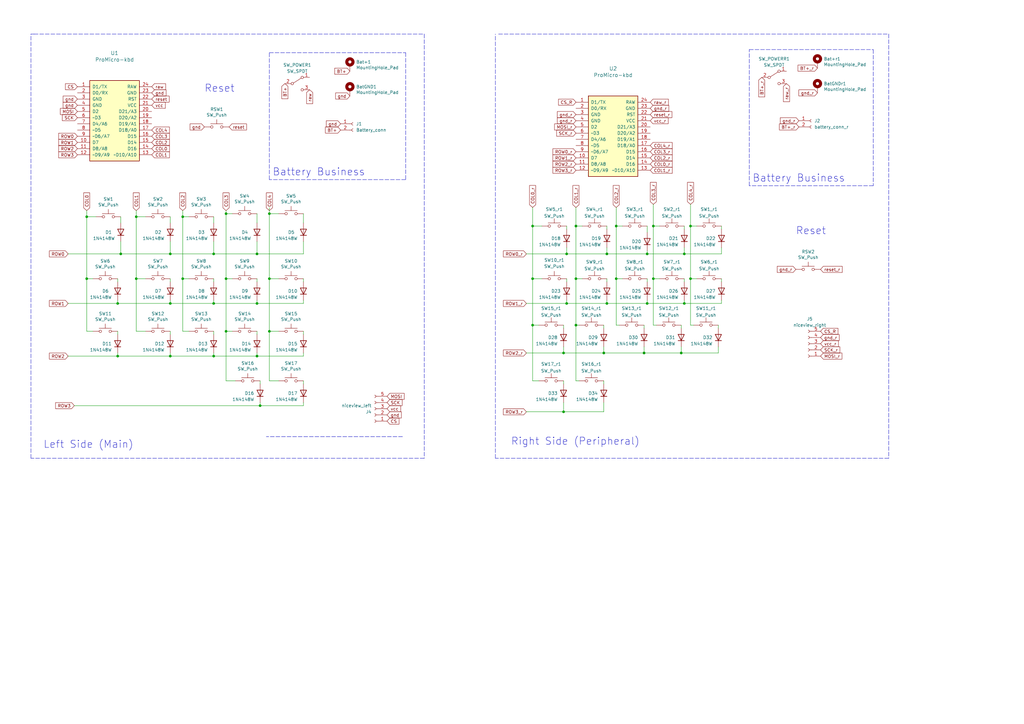
<source format=kicad_sch>
(kicad_sch (version 20211123) (generator eeschema)
  (paper "A3")
  (lib_symbols
    (symbol "Arduino:Sparkfun_Pro_Micro" (pin_names (offset 1.016))
      (property "Reference" "U" (at -8.89 21.59 0))
      (property "Value" "Sparkfun_Pro_Micro" (at 0 19.05 0))
      (symbol "Sparkfun_Pro_Micro_0_1"
        (rectangle (start -10.16 17.78) (end 10.16 -15.24) (stroke (width 0.254)) (fill (type background)))
      )
      (symbol "Sparkfun_Pro_Micro_1_1"
        (pin bidirectional line (at -15.24 15.24 0) (length 5.08) (name "D1/TX") (number "1"))
        (pin bidirectional line (at -15.24 -7.62 0) (length 5.08) (name "D7") (number "10"))
        (pin bidirectional line (at -15.24 -10.16 0) (length 5.08) (name "D8/A8") (number "11"))
        (pin bidirectional line (at -15.24 -12.7 0) (length 5.08) (name "~D9/A9") (number "12"))
        (pin bidirectional line (at 15.24 -12.7 180) (length 5.08) (name "~D10/A10") (number "13"))
        (pin bidirectional line (at 15.24 -10.16 180) (length 5.08) (name "D16") (number "14"))
        (pin bidirectional line (at 15.24 -7.62 180) (length 5.08) (name "D14") (number "15"))
        (pin bidirectional line (at 15.24 -5.08 180) (length 5.08) (name "D15") (number "16"))
        (pin bidirectional line (at 15.24 -2.54 180) (length 5.08) (name "D18/A0") (number "17"))
        (pin bidirectional line (at 15.24 0 180) (length 5.08) (name "D19/A1") (number "18"))
        (pin bidirectional line (at 15.24 2.54 180) (length 5.08) (name "D20/A2") (number "19"))
        (pin bidirectional line (at -15.24 12.7 0) (length 5.08) (name "D0/RX") (number "2"))
        (pin bidirectional line (at 15.24 5.08 180) (length 5.08) (name "D21/A3") (number "20"))
        (pin power_in line (at 15.24 7.62 180) (length 5.08) (name "VCC") (number "21"))
        (pin input line (at 15.24 10.16 180) (length 5.08) (name "RST") (number "22"))
        (pin power_in line (at 15.24 12.7 180) (length 5.08) (name "GND") (number "23"))
        (pin power_in line (at 15.24 15.24 180) (length 5.08) (name "RAW") (number "24"))
        (pin power_in line (at -15.24 10.16 0) (length 5.08) (name "GND") (number "3"))
        (pin power_in line (at -15.24 7.62 0) (length 5.08) (name "GND") (number "4"))
        (pin bidirectional line (at -15.24 5.08 0) (length 5.08) (name "D2") (number "5"))
        (pin bidirectional line (at -15.24 2.54 0) (length 5.08) (name "~D3") (number "6"))
        (pin bidirectional line (at -15.24 0 0) (length 5.08) (name "D4/A6") (number "7"))
        (pin bidirectional line (at -15.24 -2.54 0) (length 5.08) (name "~D5") (number "8"))
        (pin bidirectional line (at -15.24 -5.08 0) (length 5.08) (name "~D6/A7") (number "9"))
      )
    )
    (symbol "Connector:Conn_01x02_Female" (pin_names (offset 1.016) hide)
      (property "Reference" "J" (at 0 2.54 0))
      (property "Value" "Conn_01x02_Female" (at 0 -5.08 0))
      (symbol "Conn_01x02_Female_1_1"
        (arc (start 0 -2.032) (mid -0.508 -2.54) (end 0 -3.048) (stroke (width 0.1524)))
        (polyline (pts (xy -1.27 -2.54) (xy -0.508 -2.54)) (stroke (width 0.1524)))
        (polyline (pts (xy -1.27 0) (xy -0.508 0)) (stroke (width 0.1524)))
        (arc (start 0 0.508) (mid -0.508 0) (end 0 -0.508) (stroke (width 0.1524)))
        (pin passive line (at -5.08 0 0) (length 3.81) (name "Pin_1") (number "1"))
        (pin passive line (at -5.08 -2.54 0) (length 3.81) (name "Pin_2") (number "2"))
      )
    )
    (symbol "Connector:Conn_01x05_Female" (pin_names (offset 1.016) hide)
      (property "Reference" "J" (at 0 7.62 0))
      (property "Value" "Conn_01x05_Female" (at 0 -7.62 0))
      (symbol "Conn_01x05_Female_1_1"
        (arc (start 0 -4.572) (mid -0.508 -5.08) (end 0 -5.588) (stroke (width 0.1524)))
        (arc (start 0 -2.032) (mid -0.508 -2.54) (end 0 -3.048) (stroke (width 0.1524)))
        (polyline (pts (xy -1.27 -5.08) (xy -0.508 -5.08)) (stroke (width 0.1524)))
        (polyline (pts (xy -1.27 -2.54) (xy -0.508 -2.54)) (stroke (width 0.1524)))
        (polyline (pts (xy -1.27 0) (xy -0.508 0)) (stroke (width 0.1524)))
        (polyline (pts (xy -1.27 2.54) (xy -0.508 2.54)) (stroke (width 0.1524)))
        (polyline (pts (xy -1.27 5.08) (xy -0.508 5.08)) (stroke (width 0.1524)))
        (arc (start 0 0.508) (mid -0.508 0) (end 0 -0.508) (stroke (width 0.1524)))
        (arc (start 0 3.048) (mid -0.508 2.54) (end 0 2.032) (stroke (width 0.1524)))
        (arc (start 0 5.588) (mid -0.508 5.08) (end 0 4.572) (stroke (width 0.1524)))
        (pin passive line (at -5.08 5.08 0) (length 3.81) (name "Pin_1") (number "1"))
        (pin passive line (at -5.08 2.54 0) (length 3.81) (name "Pin_2") (number "2"))
        (pin passive line (at -5.08 0 0) (length 3.81) (name "Pin_3") (number "3"))
        (pin passive line (at -5.08 -2.54 0) (length 3.81) (name "Pin_4") (number "4"))
        (pin passive line (at -5.08 -5.08 0) (length 3.81) (name "Pin_5") (number "5"))
      )
    )
    (symbol "Diode:1N4148W" (pin_numbers hide) (pin_names (offset 1.016) hide)
      (property "Reference" "D" (at 0 2.54 0))
      (property "Value" "1N4148W" (at 0 -2.54 0))
      (symbol "1N4148W_0_1"
        (polyline (pts (xy -1.27 1.27) (xy -1.27 -1.27)) (stroke (width 0.254)))
        (polyline (pts (xy 1.27 0) (xy -1.27 0)))
        (polyline (pts (xy 1.27 1.27) (xy 1.27 -1.27) (xy -1.27 0) (xy 1.27 1.27)) (stroke (width 0.254)))
      )
      (symbol "1N4148W_1_1"
        (pin passive line (at -3.81 0 0) (length 2.54) (name "K") (number "1"))
        (pin passive line (at 3.81 0 180) (length 2.54) (name "A") (number "2"))
      )
    )
    (symbol "Mechanical:MountingHole_Pad" (pin_numbers hide) (pin_names (offset 1.016) hide)
      (property "Reference" "H" (at 0 6.35 0))
      (property "Value" "MountingHole_Pad" (at 0 4.445 0))
      (symbol "MountingHole_Pad_0_1"
        (circle (center 0 1.27) (radius 1.27) (stroke (width 1.27)))
      )
      (symbol "MountingHole_Pad_1_1"
        (pin input line (at 0 -2.54 90) (length 2.54) (name "1") (number "1"))
      )
    )
    (symbol "Switch:SW_Push" (pin_numbers hide) (pin_names (offset 1.016) hide)
      (property "Reference" "SW" (at 1.27 2.54 0))
      (property "Value" "SW_Push" (at 0 -1.524 0))
      (symbol "SW_Push_0_1"
        (circle (center -2.032 0) (radius 0.508))
        (polyline (pts (xy 0 1.27) (xy 0 3.048)))
        (polyline (pts (xy 2.54 1.27) (xy -2.54 1.27)))
        (circle (center 2.032 0) (radius 0.508))
        (pin passive line (at -5.08 0 0) (length 2.54) (name "1") (number "1"))
        (pin passive line (at 5.08 0 180) (length 2.54) (name "2") (number "2"))
      )
    )
    (symbol "Switch:SW_SPDT" (pin_names (offset 0) hide)
      (property "Reference" "SW" (at 0 4.318 0))
      (property "Value" "SW_SPDT" (at 0 -5.08 0))
      (symbol "SW_SPDT_0_0"
        (circle (center -2.032 0) (radius 0.508))
        (circle (center 2.032 -2.54) (radius 0.508))
      )
      (symbol "SW_SPDT_0_1"
        (polyline (pts (xy -1.524 0.254) (xy 1.651 2.286)))
        (circle (center 2.032 2.54) (radius 0.508))
      )
      (symbol "SW_SPDT_1_1"
        (pin passive line (at 5.08 2.54 180) (length 2.54) (name "A") (number "1"))
        (pin passive line (at -5.08 0 0) (length 2.54) (name "B") (number "2"))
        (pin passive line (at 5.08 -2.54 180) (length 2.54) (name "C") (number "3"))
      )
    )
  )
  (junction (at 110.49 87.63))
  (junction (at 267.97 92.71))
  (junction (at 265.43 124.46))
  (junction (at 74.93 114.3))
  (junction (at 232.41 124.46))
  (junction (at 35.56 88.9))
  (junction (at 236.22 133.35))
  (junction (at 55.88 88.9))
  (junction (at 231.14 144.78))
  (junction (at 247.65 144.78))
  (junction (at 280.67 104.14))
  (junction (at 279.4 144.78))
  (junction (at 105.41 146.05))
  (junction (at 248.92 124.46))
  (junction (at 69.85 104.14))
  (junction (at 92.71 87.63))
  (junction (at 236.22 114.3))
  (junction (at 231.14 168.91))
  (junction (at 87.63 104.14))
  (junction (at 236.22 92.71))
  (junction (at 48.26 124.46))
  (junction (at 110.49 114.3))
  (junction (at 87.63 124.46))
  (junction (at 265.43 104.14))
  (junction (at 87.63 146.05))
  (junction (at 110.49 135.89))
  (junction (at 55.88 114.3))
  (junction (at 69.85 124.46))
  (junction (at 35.56 114.3))
  (junction (at 252.73 92.71))
  (junction (at 280.67 124.46))
  (junction (at 264.16 144.78))
  (junction (at 248.92 104.14))
  (junction (at 283.21 114.3))
  (junction (at 48.26 146.05))
  (junction (at 74.93 88.9))
  (junction (at 92.71 114.3))
  (junction (at 92.71 135.89))
  (junction (at 252.73 114.3))
  (junction (at 218.44 133.35))
  (junction (at 49.53 104.14))
  (junction (at 283.21 92.71))
  (junction (at 218.44 92.71))
  (junction (at 106.68 166.37))
  (junction (at 232.41 104.14))
  (junction (at 105.41 124.46))
  (junction (at 267.97 114.3))
  (junction (at 105.41 104.14))
  (junction (at 69.85 146.05))
  (junction (at 218.44 114.3))
  (polyline (pts (xy 166.37 73.66) (xy 110.49 73.66)))
  (wire (pts (xy 236.22 92.71) (xy 236.22 114.3)))
  (wire (pts (xy 110.49 135.89) (xy 110.49 156.21)))
  (wire (pts (xy 280.67 124.46) (xy 265.43 124.46)))
  (wire (pts (xy 48.26 114.3) (xy 48.26 115.57)))
  (wire (pts (xy 232.41 114.3) (xy 232.41 115.57)))
  (polyline (pts (xy 13.97 13.97) (xy 173.99 13.97)))
  (wire (pts (xy 87.63 124.46) (xy 105.41 124.46)))
  (wire (pts (xy 110.49 135.89) (xy 114.3 135.89)))
  (wire (pts (xy 69.85 124.46) (xy 87.63 124.46)))
  (wire (pts (xy 283.21 92.71) (xy 285.75 92.71)))
  (wire (pts (xy 247.65 142.24) (xy 247.65 144.78)))
  (wire (pts (xy 252.73 114.3) (xy 255.27 114.3)))
  (wire (pts (xy 55.88 86.36) (xy 55.88 88.9)))
  (wire (pts (xy 27.94 124.46) (xy 48.26 124.46)))
  (wire (pts (xy 294.64 144.78) (xy 279.4 144.78)))
  (wire (pts (xy 231.14 165.1) (xy 231.14 168.91)))
  (polyline (pts (xy 173.99 13.97) (xy 173.99 187.96)))
  (wire (pts (xy 231.14 168.91) (xy 215.9 168.91)))
  (wire (pts (xy 48.26 135.89) (xy 48.26 137.16)))
  (wire (pts (xy 280.67 92.71) (xy 280.67 93.98)))
  (polyline (pts (xy 110.49 21.59) (xy 166.37 21.59)))
  (wire (pts (xy 69.85 99.06) (xy 69.85 104.14)))
  (wire (pts (xy 248.92 92.71) (xy 248.92 93.98)))
  (wire (pts (xy 27.94 146.05) (xy 48.26 146.05)))
  (wire (pts (xy 265.43 123.19) (xy 265.43 124.46)))
  (wire (pts (xy 110.49 114.3) (xy 110.49 135.89)))
  (wire (pts (xy 124.46 99.06) (xy 124.46 104.14)))
  (wire (pts (xy 218.44 133.35) (xy 218.44 156.21)))
  (wire (pts (xy 252.73 133.35) (xy 254 133.35)))
  (wire (pts (xy 264.16 133.35) (xy 264.16 134.62)))
  (wire (pts (xy 283.21 92.71) (xy 283.21 114.3)))
  (polyline (pts (xy 364.49 187.96) (xy 203.2 187.96)))
  (wire (pts (xy 35.56 114.3) (xy 35.56 135.89)))
  (wire (pts (xy 87.63 135.89) (xy 87.63 137.16)))
  (wire (pts (xy 247.65 156.21) (xy 247.65 157.48)))
  (wire (pts (xy 35.56 88.9) (xy 39.37 88.9)))
  (wire (pts (xy 87.63 88.9) (xy 87.63 91.44)))
  (wire (pts (xy 279.4 144.78) (xy 264.16 144.78)))
  (wire (pts (xy 92.71 86.36) (xy 92.71 87.63)))
  (wire (pts (xy 236.22 114.3) (xy 236.22 133.35)))
  (wire (pts (xy 265.43 104.14) (xy 280.67 104.14)))
  (wire (pts (xy 252.73 92.71) (xy 252.73 114.3)))
  (wire (pts (xy 295.91 124.46) (xy 280.67 124.46)))
  (wire (pts (xy 124.46 104.14) (xy 105.41 104.14)))
  (wire (pts (xy 105.41 124.46) (xy 124.46 124.46)))
  (wire (pts (xy 87.63 146.05) (xy 105.41 146.05)))
  (wire (pts (xy 215.9 104.14) (xy 232.41 104.14)))
  (wire (pts (xy 247.65 165.1) (xy 247.65 168.91)))
  (wire (pts (xy 105.41 135.89) (xy 105.41 137.16)))
  (wire (pts (xy 106.68 166.37) (xy 124.46 166.37)))
  (wire (pts (xy 264.16 144.78) (xy 247.65 144.78)))
  (wire (pts (xy 279.4 142.24) (xy 279.4 144.78)))
  (wire (pts (xy 218.44 92.71) (xy 218.44 114.3)))
  (wire (pts (xy 267.97 83.82) (xy 267.97 92.71)))
  (wire (pts (xy 110.49 87.63) (xy 110.49 114.3)))
  (wire (pts (xy 92.71 87.63) (xy 92.71 114.3)))
  (wire (pts (xy 248.92 104.14) (xy 232.41 104.14)))
  (wire (pts (xy 265.43 102.87) (xy 265.43 104.14)))
  (wire (pts (xy 69.85 88.9) (xy 69.85 91.44)))
  (polyline (pts (xy 307.34 20.32) (xy 358.14 20.32)))
  (wire (pts (xy 218.44 85.09) (xy 218.44 92.71)))
  (wire (pts (xy 92.71 135.89) (xy 92.71 156.21)))
  (wire (pts (xy 283.21 83.82) (xy 283.21 92.71)))
  (wire (pts (xy 48.26 124.46) (xy 69.85 124.46)))
  (wire (pts (xy 280.67 114.3) (xy 280.67 115.57)))
  (wire (pts (xy 74.93 114.3) (xy 77.47 114.3)))
  (wire (pts (xy 55.88 114.3) (xy 55.88 135.89)))
  (wire (pts (xy 265.43 114.3) (xy 265.43 115.57)))
  (wire (pts (xy 55.88 114.3) (xy 59.69 114.3)))
  (wire (pts (xy 92.71 114.3) (xy 95.25 114.3)))
  (wire (pts (xy 283.21 114.3) (xy 283.21 133.35)))
  (wire (pts (xy 48.26 146.05) (xy 69.85 146.05)))
  (wire (pts (xy 295.91 123.19) (xy 295.91 124.46)))
  (wire (pts (xy 267.97 92.71) (xy 267.97 114.3)))
  (wire (pts (xy 231.14 144.78) (xy 215.9 144.78)))
  (wire (pts (xy 294.64 142.24) (xy 294.64 144.78)))
  (wire (pts (xy 92.71 87.63) (xy 95.25 87.63)))
  (wire (pts (xy 69.85 114.3) (xy 69.85 115.57)))
  (wire (pts (xy 74.93 114.3) (xy 74.93 135.89)))
  (wire (pts (xy 92.71 114.3) (xy 92.71 135.89)))
  (wire (pts (xy 106.68 156.21) (xy 106.68 157.48)))
  (wire (pts (xy 280.67 101.6) (xy 280.67 104.14)))
  (wire (pts (xy 110.49 156.21) (xy 114.3 156.21)))
  (wire (pts (xy 248.92 104.14) (xy 265.43 104.14)))
  (polyline (pts (xy 110.49 73.66) (xy 110.49 21.59)))
  (wire (pts (xy 295.91 104.14) (xy 280.67 104.14)))
  (wire (pts (xy 252.73 92.71) (xy 255.27 92.71)))
  (wire (pts (xy 124.46 123.19) (xy 124.46 124.46)))
  (wire (pts (xy 232.41 124.46) (xy 232.41 123.19)))
  (wire (pts (xy 69.85 104.14) (xy 87.63 104.14)))
  (wire (pts (xy 69.85 146.05) (xy 87.63 146.05)))
  (polyline (pts (xy 166.37 21.59) (xy 166.37 73.66)))
  (wire (pts (xy 69.85 144.78) (xy 69.85 146.05)))
  (wire (pts (xy 105.41 123.19) (xy 105.41 124.46)))
  (wire (pts (xy 35.56 88.9) (xy 35.56 114.3)))
  (wire (pts (xy 295.91 101.6) (xy 295.91 104.14)))
  (wire (pts (xy 252.73 114.3) (xy 252.73 133.35)))
  (wire (pts (xy 236.22 92.71) (xy 238.76 92.71)))
  (wire (pts (xy 105.41 146.05) (xy 124.46 146.05)))
  (wire (pts (xy 267.97 114.3) (xy 267.97 133.35)))
  (wire (pts (xy 124.46 87.63) (xy 124.46 91.44)))
  (wire (pts (xy 218.44 114.3) (xy 222.25 114.3)))
  (wire (pts (xy 92.71 135.89) (xy 95.25 135.89)))
  (wire (pts (xy 248.92 101.6) (xy 248.92 104.14)))
  (wire (pts (xy 231.14 133.35) (xy 231.14 134.62)))
  (polyline (pts (xy 364.49 13.97) (xy 364.49 187.96)))
  (wire (pts (xy 124.46 165.1) (xy 124.46 166.37)))
  (wire (pts (xy 55.88 88.9) (xy 59.69 88.9)))
  (wire (pts (xy 279.4 133.35) (xy 279.4 134.62)))
  (wire (pts (xy 264.16 142.24) (xy 264.16 144.78)))
  (wire (pts (xy 236.22 156.21) (xy 237.49 156.21)))
  (wire (pts (xy 236.22 114.3) (xy 238.76 114.3)))
  (wire (pts (xy 105.41 99.06) (xy 105.41 104.14)))
  (polyline (pts (xy 358.14 76.2) (xy 307.34 76.2)))
  (wire (pts (xy 236.22 133.35) (xy 236.22 156.21)))
  (wire (pts (xy 74.93 135.89) (xy 77.47 135.89)))
  (polyline (pts (xy 204.47 13.97) (xy 364.49 13.97)))
  (polyline (pts (xy 173.99 187.96) (xy 12.7 187.96)))
  (wire (pts (xy 74.93 88.9) (xy 74.93 114.3)))
  (wire (pts (xy 106.68 165.1) (xy 106.68 166.37)))
  (wire (pts (xy 283.21 133.35) (xy 284.48 133.35)))
  (wire (pts (xy 69.85 135.89) (xy 69.85 137.16)))
  (wire (pts (xy 35.56 86.36) (xy 35.56 88.9)))
  (wire (pts (xy 218.44 156.21) (xy 220.98 156.21)))
  (wire (pts (xy 49.53 104.14) (xy 69.85 104.14)))
  (wire (pts (xy 218.44 133.35) (xy 220.98 133.35)))
  (wire (pts (xy 35.56 135.89) (xy 38.1 135.89)))
  (wire (pts (xy 87.63 123.19) (xy 87.63 124.46)))
  (wire (pts (xy 295.91 92.71) (xy 295.91 93.98)))
  (polyline (pts (xy 165.1 179.07) (xy 109.22 179.07)))
  (wire (pts (xy 252.73 85.09) (xy 252.73 92.71)))
  (wire (pts (xy 35.56 114.3) (xy 38.1 114.3)))
  (wire (pts (xy 49.53 88.9) (xy 49.53 91.44)))
  (wire (pts (xy 248.92 124.46) (xy 232.41 124.46)))
  (wire (pts (xy 218.44 114.3) (xy 218.44 133.35)))
  (wire (pts (xy 248.92 123.19) (xy 248.92 124.46)))
  (polyline (pts (xy 12.7 187.96) (xy 12.7 13.97)))
  (polyline (pts (xy 203.2 187.96) (xy 203.2 13.97)))
  (polyline (pts (xy 358.14 20.32) (xy 358.14 76.2)))
  (wire (pts (xy 87.63 114.3) (xy 87.63 115.57)))
  (wire (pts (xy 74.93 86.36) (xy 74.93 88.9)))
  (wire (pts (xy 236.22 133.35) (xy 237.49 133.35)))
  (wire (pts (xy 105.41 144.78) (xy 105.41 146.05)))
  (wire (pts (xy 48.26 123.19) (xy 48.26 124.46)))
  (polyline (pts (xy 307.34 76.2) (xy 307.34 20.32)))
  (wire (pts (xy 105.41 87.63) (xy 105.41 91.44)))
  (wire (pts (xy 247.65 168.91) (xy 231.14 168.91)))
  (wire (pts (xy 247.65 133.35) (xy 247.65 134.62)))
  (wire (pts (xy 48.26 144.78) (xy 48.26 146.05)))
  (wire (pts (xy 267.97 114.3) (xy 270.51 114.3)))
  (wire (pts (xy 110.49 85.09) (xy 110.49 87.63)))
  (wire (pts (xy 92.71 156.21) (xy 96.52 156.21)))
  (wire (pts (xy 110.49 114.3) (xy 114.3 114.3)))
  (wire (pts (xy 105.41 114.3) (xy 105.41 115.57)))
  (wire (pts (xy 267.97 92.71) (xy 270.51 92.71)))
  (wire (pts (xy 265.43 92.71) (xy 265.43 95.25)))
  (wire (pts (xy 30.48 166.37) (xy 106.68 166.37)))
  (wire (pts (xy 124.46 114.3) (xy 124.46 115.57)))
  (wire (pts (xy 55.88 88.9) (xy 55.88 114.3)))
  (wire (pts (xy 294.64 133.35) (xy 294.64 134.62)))
  (wire (pts (xy 218.44 92.71) (xy 222.25 92.71)))
  (wire (pts (xy 215.9 124.46) (xy 232.41 124.46)))
  (wire (pts (xy 124.46 135.89) (xy 124.46 137.16)))
  (wire (pts (xy 280.67 123.19) (xy 280.67 124.46)))
  (polyline (pts (xy 12.7 13.97) (xy 13.97 13.97)))
  (wire (pts (xy 231.14 142.24) (xy 231.14 144.78)))
  (wire (pts (xy 110.49 87.63) (xy 114.3 87.63)))
  (wire (pts (xy 49.53 99.06) (xy 49.53 104.14)))
  (wire (pts (xy 232.41 92.71) (xy 232.41 93.98)))
  (wire (pts (xy 236.22 85.09) (xy 236.22 92.71)))
  (wire (pts (xy 87.63 99.06) (xy 87.63 104.14)))
  (wire (pts (xy 283.21 114.3) (xy 285.75 114.3)))
  (wire (pts (xy 247.65 144.78) (xy 231.14 144.78)))
  (wire (pts (xy 69.85 123.19) (xy 69.85 124.46)))
  (wire (pts (xy 124.46 144.78) (xy 124.46 146.05)))
  (wire (pts (xy 55.88 135.89) (xy 59.69 135.89)))
  (wire (pts (xy 232.41 104.14) (xy 232.41 101.6)))
  (wire (pts (xy 231.14 156.21) (xy 231.14 157.48)))
  (wire (pts (xy 265.43 124.46) (xy 248.92 124.46)))
  (wire (pts (xy 295.91 114.3) (xy 295.91 115.57)))
  (wire (pts (xy 87.63 144.78) (xy 87.63 146.05)))
  (wire (pts (xy 27.94 104.14) (xy 49.53 104.14)))
  (wire (pts (xy 267.97 133.35) (xy 269.24 133.35)))
  (wire (pts (xy 87.63 104.14) (xy 105.41 104.14)))
  (wire (pts (xy 74.93 88.9) (xy 77.47 88.9)))
  (wire (pts (xy 124.46 156.21) (xy 124.46 157.48)))
  (wire (pts (xy 248.92 114.3) (xy 248.92 115.57)))
  (text "Reset" (at 83.82 38.1 0) (effects (font (size 2.9972 2.9972)) (justify left bottom)))
  (text "Right Side (Peripheral)" (at 209.55 182.88 0) (effects (font (size 2.9972 2.9972)) (justify left bottom)))
  (text "Battery Business" (at 308.61 74.93 0) (effects (font (size 2.9972 2.9972)) (justify left bottom)))
  (text "Left Side (Main)" (at 17.78 184.15 0) (effects (font (size 2.9972 2.9972)) (justify left bottom)))
  (text "Battery Business" (at 111.76 72.39 0) (effects (font (size 2.9972 2.9972)) (justify left bottom)))
  (text "Reset" (at 326.39 96.52 0) (effects (font (size 2.9972 2.9972)) (justify left bottom)))
  (global_label "gnd_r" (shape input) (at 336.55 138.43 0) (property "Intersheet References" "${INTERSHEET_REFS}" (effects hide)))
  (global_label "gnd" (shape input) (at 62.23 38.1 0) (property "Intersheet References" "${INTERSHEET_REFS}" (effects hide)))
  (global_label "COL1" (shape input) (at 62.23 63.5 0) (property "Intersheet References" "${INTERSHEET_REFS}" (effects hide)))
  (global_label "gnd" (shape input) (at 83.82 52.07 180) (property "Intersheet References" "${INTERSHEET_REFS}" (effects hide)))
  (global_label "COL1_r" (shape input) (at 266.7 69.85 0) (property "Intersheet References" "${INTERSHEET_REFS}" (effects hide)))
  (global_label "reset" (shape input) (at 93.98 52.07 0) (property "Intersheet References" "${INTERSHEET_REFS}" (effects hide)))
  (global_label "vcc_r" (shape input) (at 336.55 140.97 0) (property "Intersheet References" "${INTERSHEET_REFS}" (effects hide)))
  (global_label "gnd_r" (shape input) (at 236.22 46.99 180) (property "Intersheet References" "${INTERSHEET_REFS}" (effects hide)))
  (global_label "COL3" (shape input) (at 62.23 55.88 0) (property "Intersheet References" "${INTERSHEET_REFS}" (effects hide)))
  (global_label "gnd" (shape input) (at 31.75 40.64 180) (property "Intersheet References" "${INTERSHEET_REFS}" (effects hide)))
  (global_label "COL4" (shape input) (at 62.23 53.34 0) (property "Intersheet References" "${INTERSHEET_REFS}" (effects hide)))
  (global_label "SCK" (shape input) (at 31.75 48.26 180) (property "Intersheet References" "${INTERSHEET_REFS}" (effects hide)))
  (global_label "COL0" (shape input) (at 35.56 86.36 90) (property "Intersheet References" "${INTERSHEET_REFS}" (effects hide)))
  (global_label "BT+_r" (shape input) (at 327.66 52.07 180) (property "Intersheet References" "${INTERSHEET_REFS}" (effects hide)))
  (global_label "CS" (shape input) (at 31.75 35.56 180) (property "Intersheet References" "${INTERSHEET_REFS}" (effects hide)))
  (global_label "BT+" (shape input) (at 139.7 53.34 180) (property "Intersheet References" "${INTERSHEET_REFS}" (effects hide)))
  (global_label "COL0" (shape input) (at 62.23 60.96 0) (property "Intersheet References" "${INTERSHEET_REFS}" (effects hide)))
  (global_label "gnd_r" (shape input) (at 266.7 44.45 0) (property "Intersheet References" "${INTERSHEET_REFS}" (effects hide)))
  (global_label "MOSI" (shape input) (at 31.75 45.72 180) (property "Intersheet References" "${INTERSHEET_REFS}" (effects hide)))
  (global_label "gnd_r" (shape input) (at 327.66 49.53 180) (property "Intersheet References" "${INTERSHEET_REFS}" (effects hide)))
  (global_label "gnd" (shape input) (at 139.7 50.8 180) (property "Intersheet References" "${INTERSHEET_REFS}" (effects hide)))
  (global_label "COL3" (shape input) (at 92.71 86.36 90) (property "Intersheet References" "${INTERSHEET_REFS}" (effects hide)))
  (global_label "ROW3_r" (shape input) (at 215.9 168.91 180) (property "Intersheet References" "${INTERSHEET_REFS}" (effects hide)))
  (global_label "SCK_r" (shape input) (at 336.55 143.51 0) (property "Intersheet References" "${INTERSHEET_REFS}" (effects hide)))
  (global_label "CS" (shape input) (at 158.75 172.72 0) (property "Intersheet References" "${INTERSHEET_REFS}" (effects hide)))
  (global_label "COL4_r" (shape input) (at 266.7 59.69 0) (property "Intersheet References" "${INTERSHEET_REFS}" (effects hide)))
  (global_label "gnd_r" (shape input) (at 335.28 38.1 180) (property "Intersheet References" "${INTERSHEET_REFS}" (effects hide)))
  (global_label "ROW1" (shape input) (at 31.75 58.42 180) (property "Intersheet References" "${INTERSHEET_REFS}" (effects hide)))
  (global_label "COL1" (shape input) (at 55.88 86.36 90) (property "Intersheet References" "${INTERSHEET_REFS}" (effects hide)))
  (global_label "ROW3_r" (shape input) (at 236.22 69.85 180) (property "Intersheet References" "${INTERSHEET_REFS}" (effects hide)))
  (global_label "gnd" (shape input) (at 31.75 43.18 180) (property "Intersheet References" "${INTERSHEET_REFS}" (effects hide)))
  (global_label "ROW2_r" (shape input) (at 215.9 144.78 180) (property "Intersheet References" "${INTERSHEET_REFS}" (effects hide)))
  (global_label "vcc" (shape input) (at 62.23 43.18 0) (property "Intersheet References" "${INTERSHEET_REFS}" (effects hide)))
  (global_label "COL2_r" (shape input) (at 266.7 64.77 0) (property "Intersheet References" "${INTERSHEET_REFS}" (effects hide)))
  (global_label "MOSI_r" (shape input) (at 336.55 146.05 0) (property "Intersheet References" "${INTERSHEET_REFS}" (effects hide)))
  (global_label "COL2_r" (shape input) (at 252.73 85.09 90) (property "Intersheet References" "${INTERSHEET_REFS}" (effects hide)))
  (global_label "ROW1" (shape input) (at 27.94 124.46 180) (property "Intersheet References" "${INTERSHEET_REFS}" (effects hide)))
  (global_label "vcc_r" (shape input) (at 266.7 49.53 0) (property "Intersheet References" "${INTERSHEET_REFS}" (effects hide)))
  (global_label "ROW0" (shape input) (at 31.75 55.88 180) (property "Intersheet References" "${INTERSHEET_REFS}" (effects hide)))
  (global_label "ROW3" (shape input) (at 31.75 63.5 180) (property "Intersheet References" "${INTERSHEET_REFS}" (effects hide)))
  (global_label "MOSI_r" (shape input) (at 236.22 52.07 180) (property "Intersheet References" "${INTERSHEET_REFS}" (effects hide)))
  (global_label "ROW0_r" (shape input) (at 215.9 104.14 180) (property "Intersheet References" "${INTERSHEET_REFS}" (effects hide)))
  (global_label "COL0_r" (shape input) (at 266.7 67.31 0) (property "Intersheet References" "${INTERSHEET_REFS}" (effects hide)))
  (global_label "COL4_r" (shape input) (at 283.21 83.82 90) (property "Intersheet References" "${INTERSHEET_REFS}" (effects hide)))
  (global_label "gnd" (shape input) (at 143.51 39.37 180) (property "Intersheet References" "${INTERSHEET_REFS}" (effects hide)))
  (global_label "gnd" (shape input) (at 158.75 170.18 0) (property "Intersheet References" "${INTERSHEET_REFS}" (effects hide)))
  (global_label "COL4" (shape input) (at 110.49 86.36 90) (property "Intersheet References" "${INTERSHEET_REFS}" (effects hide)))
  (global_label "MOSI" (shape input) (at 158.75 162.56 0) (property "Intersheet References" "${INTERSHEET_REFS}" (effects hide)))
  (global_label "BT+_r" (shape input) (at 312.42 31.75 270) (property "Intersheet References" "${INTERSHEET_REFS}" (effects hide)))
  (global_label "ROW2_r" (shape input) (at 236.22 67.31 180) (property "Intersheet References" "${INTERSHEET_REFS}" (effects hide)))
  (global_label "raw_r" (shape input) (at 322.58 34.29 270) (property "Intersheet References" "${INTERSHEET_REFS}" (effects hide)))
  (global_label "CS_R" (shape input) (at 336.55 135.89 0) (property "Intersheet References" "${INTERSHEET_REFS}" (effects hide)))
  (global_label "COL0_r" (shape input) (at 218.44 85.09 90) (property "Intersheet References" "${INTERSHEET_REFS}" (effects hide)))
  (global_label "ROW2" (shape input) (at 27.94 146.05 180) (property "Intersheet References" "${INTERSHEET_REFS}" (effects hide)))
  (global_label "ROW2" (shape input) (at 31.75 60.96 180) (property "Intersheet References" "${INTERSHEET_REFS}" (effects hide)))
  (global_label "raw" (shape input) (at 62.23 35.56 0) (property "Intersheet References" "${INTERSHEET_REFS}" (effects hide)))
  (global_label "raw_r" (shape input) (at 266.7 41.91 0) (property "Intersheet References" "${INTERSHEET_REFS}" (effects hide)))
  (global_label "CS_R" (shape input) (at 236.22 41.91 180) (property "Intersheet References" "${INTERSHEET_REFS}" (effects hide)))
  (global_label "COL2" (shape input) (at 74.93 86.36 90) (property "Intersheet References" "${INTERSHEET_REFS}" (effects hide)))
  (global_label "raw" (shape input) (at 127 36.83 270) (property "Intersheet References" "${INTERSHEET_REFS}" (effects hide)))
  (global_label "COL1_r" (shape input) (at 236.22 85.09 90) (property "Intersheet References" "${INTERSHEET_REFS}" (effects hide)))
  (global_label "COL2" (shape input) (at 62.23 58.42 0) (property "Intersheet References" "${INTERSHEET_REFS}" (effects hide)))
  (global_label "reset_r" (shape input) (at 336.55 110.49 0) (property "Intersheet References" "${INTERSHEET_REFS}" (effects hide)))
  (global_label "ROW0" (shape input) (at 27.94 104.14 180) (property "Intersheet References" "${INTERSHEET_REFS}" (effects hide)))
  (global_label "vcc" (shape input) (at 158.75 167.64 0) (property "Intersheet References" "${INTERSHEET_REFS}" (effects hide)))
  (global_label "reset" (shape input) (at 62.23 40.64 0) (property "Intersheet References" "${INTERSHEET_REFS}" (effects hide)))
  (global_label "COL3_r" (shape input) (at 266.7 62.23 0) (property "Intersheet References" "${INTERSHEET_REFS}" (effects hide)))
  (global_label "gnd_r" (shape input) (at 236.22 49.53 180) (property "Intersheet References" "${INTERSHEET_REFS}" (effects hide)))
  (global_label "reset_r" (shape input) (at 266.7 46.99 0) (property "Intersheet References" "${INTERSHEET_REFS}" (effects hide)))
  (global_label "ROW1_r" (shape input) (at 215.9 124.46 180) (property "Intersheet References" "${INTERSHEET_REFS}" (effects hide)))
  (global_label "ROW0_r" (shape input) (at 236.22 62.23 180) (property "Intersheet References" "${INTERSHEET_REFS}" (effects hide)))
  (global_label "gnd_r" (shape input) (at 326.39 110.49 180) (property "Intersheet References" "${INTERSHEET_REFS}" (effects hide)))
  (global_label "SCK_r" (shape input) (at 236.22 54.61 180) (property "Intersheet References" "${INTERSHEET_REFS}" (effects hide)))
  (global_label "COL3_r" (shape input) (at 267.97 83.82 90) (property "Intersheet References" "${INTERSHEET_REFS}" (effects hide)))
  (global_label "ROW1_r" (shape input) (at 236.22 64.77 180) (property "Intersheet References" "${INTERSHEET_REFS}" (effects hide)))
  (global_label "SCK" (shape input) (at 158.75 165.1 0) (property "Intersheet References" "${INTERSHEET_REFS}" (effects hide)))
  (global_label "BT+_r" (shape input) (at 335.28 27.94 180) (property "Intersheet References" "${INTERSHEET_REFS}" (effects hide)))
  (global_label "gnd_r" (shape input) (at 698.5 292.1 0) (property "Intersheet References" "${INTERSHEET_REFS}" (effects hide)))
  (global_label "BT+" (shape input) (at 116.84 34.29 270) (property "Intersheet References" "${INTERSHEET_REFS}" (effects hide)))
  (global_label "BT+" (shape input) (at 143.51 29.21 180) (property "Intersheet References" "${INTERSHEET_REFS}" (effects hide)))
  (global_label "ROW3" (shape input) (at 30.48 166.37 180) (property "Intersheet References" "${INTERSHEET_REFS}" (effects hide)))
  (symbol (lib_id "Diode:1N4148W") (at 105.41 119.38 90) (unit 1)
    (property "Reference" "D9" (at 99.06 119.38 90) (effects (justify right)))
    (property "Value" "1N4148W" (at 93.98 121.92 90) (effects (justify right)))
    (property "Footprint" "Diode_SMD:D_SOD-123" (effects hide))
    (property "Datasheet" "https://www.vishay.com/docs/85748/1n4148w.pdf" (effects hide))
  )
  (symbol (lib_id "Switch:SW_Push") (at 64.77 88.9 0) (unit 1)
    (property "Reference" "SW2" (at 64.77 81.661 0))
    (property "Value" "SW_Push" (at 64.77 83.9724 0))
    (property "Footprint" "choc_switch_3d:SW_Hotswap_Kailh_Choc_V1_tweaked" (effects hide))
  )
  (symbol (lib_id "Diode:1N4148W") (at 294.64 138.43 90) (unit 1)
    (property "Reference" "D32" (at 288.29 138.43 90) (effects (justify right)))
    (property "Value" "1N4148W" (at 283.21 140.97 90) (effects (justify right)))
    (property "Footprint" "Diode_SMD:D_SOD-123" (effects hide))
    (property "Datasheet" "https://www.vishay.com/docs/85748/1n4148w.pdf" (effects hide))
  )
  (symbol (lib_id "Diode:1N4148W") (at 105.41 95.25 90) (unit 1)
    (property "Reference" "D4" (at 99.06 95.25 90) (effects (justify right)))
    (property "Value" "1N4148W" (at 93.98 97.79 90) (effects (justify right)))
    (property "Footprint" "Diode_SMD:D_SOD-123" (effects hide))
    (property "Datasheet" "https://www.vishay.com/docs/85748/1n4148w.pdf" (effects hide))
  )
  (symbol (lib_id "Switch:SW_Push") (at 82.55 135.89 0) (unit 1)
    (property "Reference" "SW13" (at 82.55 128.651 0))
    (property "Value" "SW_Push" (at 82.55 130.9624 0))
    (property "Footprint" "choc_switch_3d:SW_Hotswap_Kailh_Choc_V1_tweaked" (effects hide))
  )
  (symbol (lib_id "Diode:1N4148W") (at 69.85 95.25 90) (unit 1)
    (property "Reference" "D2" (at 63.5 95.25 90) (effects (justify right)))
    (property "Value" "1N4148W" (at 58.42 97.79 90) (effects (justify right)))
    (property "Footprint" "Diode_SMD:D_SOD-123" (effects hide))
    (property "Datasheet" "https://www.vishay.com/docs/85748/1n4148w.pdf" (effects hide))
  )
  (symbol (lib_id "Diode:1N4148W") (at 265.43 99.06 90) (unit 1)
    (property "Reference" "D20" (at 259.08 99.06 90) (effects (justify right)))
    (property "Value" "1N4148W" (at 254 101.6 90) (effects (justify right)))
    (property "Footprint" "Diode_SMD:D_SOD-123" (effects hide))
    (property "Datasheet" "https://www.vishay.com/docs/85748/1n4148w.pdf" (effects hide))
  )
  (symbol (lib_id "Switch:SW_Push") (at 242.57 156.21 0) (unit 1)
    (property "Reference" "SW16_r1" (at 242.57 149.3225 0))
    (property "Value" "SW_Push" (at 242.57 152.0976 0))
    (property "Footprint" "choc_switch_3d:SW_Hotswap_Kailh_Choc_V1_tweaked" (effects hide))
  )
  (symbol (lib_id "Diode:1N4148W") (at 232.41 119.38 90) (unit 1)
    (property "Reference" "D23" (at 226.06 119.38 90) (effects (justify right)))
    (property "Value" "1N4148W" (at 220.98 121.92 90) (effects (justify right)))
    (property "Footprint" "Diode_SMD:D_SOD-123" (effects hide))
    (property "Datasheet" "https://www.vishay.com/docs/85748/1n4148w.pdf" (effects hide))
  )
  (symbol (lib_id "Diode:1N4148W") (at 48.26 140.97 90) (unit 1)
    (property "Reference" "D11" (at 41.91 140.97 90) (effects (justify right)))
    (property "Value" "1N4148W" (at 36.83 143.51 90) (effects (justify right)))
    (property "Footprint" "Diode_SMD:D_SOD-123" (effects hide))
    (property "Datasheet" "https://www.vishay.com/docs/85748/1n4148w.pdf" (effects hide))
  )
  (symbol (lib_id "Switch:SW_Push") (at 227.33 92.71 0) (unit 1)
    (property "Reference" "SW5_r1" (at 227.33 85.8225 0))
    (property "Value" "SW_Push" (at 227.33 88.5976 0))
    (property "Footprint" "choc_switch_3d:SW_Hotswap_Kailh_Choc_V1_tweaked" (effects hide))
  )
  (symbol (lib_id "Switch:SW_Push") (at 275.59 114.3 0) (unit 1)
    (property "Reference" "SW7_r1" (at 275.59 107.4125 0))
    (property "Value" "SW_Push" (at 275.59 110.1876 0))
    (property "Footprint" "choc_switch_3d:SW_Hotswap_Kailh_Choc_V1_tweaked" (effects hide))
  )
  (symbol (lib_id "Switch:SW_Push") (at 243.84 92.71 0) (unit 1)
    (property "Reference" "SW4_r1" (at 243.84 85.8225 0))
    (property "Value" "SW_Push" (at 243.84 88.5976 0))
    (property "Footprint" "choc_switch_3d:SW_Hotswap_Kailh_Choc_V1_tweaked" (effects hide))
  )
  (symbol (lib_id "Diode:1N4148W") (at 231.14 138.43 90) (unit 1)
    (property "Reference" "D28" (at 224.79 138.43 90) (effects (justify right)))
    (property "Value" "1N4148W" (at 219.71 140.97 90) (effects (justify right)))
    (property "Footprint" "Diode_SMD:D_SOD-123" (effects hide))
    (property "Datasheet" "https://www.vishay.com/docs/85748/1n4148w.pdf" (effects hide))
  )
  (symbol (lib_id "Arduino:Sparkfun_Pro_Micro") (at 251.46 57.15 0) (unit 1)
    (property "Reference" "U2" (at 251.46 28.1178 0) (effects (font (size 1.524 1.524))))
    (property "Value" "ProMicro-kbd" (at 251.46 30.8102 0) (effects (font (size 1.524 1.524))))
    (property "Footprint" "Arduino:Sparkfun_Pro_Micro" (effects hide))
    (property "Datasheet" "https://www.sparkfun.com/products/12640" (effects hide))
  )
  (symbol (lib_id "Switch:SW_Push") (at 101.6 156.21 0) (unit 1)
    (property "Reference" "SW16" (at 101.6 148.971 0))
    (property "Value" "SW_Push" (at 101.6 151.2824 0))
    (property "Footprint" "choc_switch_3d:SW_Hotswap_Kailh_Choc_V1_tweaked" (effects hide))
  )
  (symbol (lib_id "Switch:SW_Push") (at 227.33 114.3 0) (unit 1)
    (property "Reference" "SW10_r1" (at 227.33 106.68 0))
    (property "Value" "SW_Push" (at 227.33 109.22 0))
    (property "Footprint" "choc_switch_3d:SW_Hotswap_Kailh_Choc_V1_tweaked" (effects hide))
  )
  (symbol (lib_id "Switch:SW_Push") (at 100.33 114.3 0) (unit 1)
    (property "Reference" "SW9" (at 100.33 107.061 0))
    (property "Value" "SW_Push" (at 100.33 109.3724 0))
    (property "Footprint" "choc_switch_3d:SW_Hotswap_Kailh_Choc_V1_tweaked" (effects hide))
  )
  (symbol (lib_id "Switch:SW_Push") (at 331.47 110.49 0) (unit 1)
    (property "Reference" "RSW2" (at 331.47 103.251 0))
    (property "Value" "SW_Push" (at 331.47 105.5624 0))
    (property "Footprint" "reset_switch:PTS636SP43LFS" (effects hide))
  )
  (symbol (lib_id "Switch:SW_Push") (at 274.32 133.35 0) (unit 1)
    (property "Reference" "SW12_r1" (at 274.32 126.4625 0))
    (property "Value" "SW_Push" (at 274.32 129.2376 0))
    (property "Footprint" "choc_switch_3d:SW_Hotswap_Kailh_Choc_V1_tweaked" (effects hide))
  )
  (symbol (lib_id "Diode:1N4148W") (at 231.14 161.29 90) (unit 1)
    (property "Reference" "D33" (at 224.79 161.29 90) (effects (justify right)))
    (property "Value" "1N4148W" (at 219.71 163.83 90) (effects (justify right)))
    (property "Footprint" "Diode_SMD:D_SOD-123" (effects hide))
    (property "Datasheet" "https://www.vishay.com/docs/85748/1n4148w.pdf" (effects hide))
  )
  (symbol (lib_id "Switch:SW_Push") (at 82.55 114.3 0) (unit 1)
    (property "Reference" "SW8" (at 82.55 107.061 0))
    (property "Value" "SW_Push" (at 82.55 109.3724 0))
    (property "Footprint" "choc_switch_3d:SW_Hotswap_Kailh_Choc_V1_tweaked" (effects hide))
  )
  (symbol (lib_id "Diode:1N4148W") (at 48.26 119.38 90) (unit 1)
    (property "Reference" "D6" (at 41.91 119.38 90) (effects (justify right)))
    (property "Value" "1N4148W" (at 36.83 121.92 90) (effects (justify right)))
    (property "Footprint" "Diode_SMD:D_SOD-123" (effects hide))
    (property "Datasheet" "https://www.vishay.com/docs/85748/1n4148w.pdf" (effects hide))
  )
  (symbol (lib_id "Switch:SW_Push") (at 43.18 114.3 0) (unit 1)
    (property "Reference" "SW6" (at 43.18 107.061 0))
    (property "Value" "SW_Push" (at 43.18 109.3724 0))
    (property "Footprint" "choc_switch_3d:SW_Hotswap_Kailh_Choc_V1_tweaked" (effects hide))
  )
  (symbol (lib_id "Switch:SW_Push") (at 289.56 133.35 0) (unit 1)
    (property "Reference" "SW11_r1" (at 289.56 126.4625 0))
    (property "Value" "SW_Push" (at 289.56 129.2376 0))
    (property "Footprint" "choc_switch_3d:SW_Hotswap_Kailh_Choc_V1_tweaked" (effects hide))
  )
  (symbol (lib_id "Diode:1N4148W") (at 247.65 138.43 90) (unit 1)
    (property "Reference" "D29" (at 241.3 138.43 90) (effects (justify right)))
    (property "Value" "1N4148W" (at 236.22 140.97 90) (effects (justify right)))
    (property "Footprint" "Diode_SMD:D_SOD-123" (effects hide))
    (property "Datasheet" "https://www.vishay.com/docs/85748/1n4148w.pdf" (effects hide))
  )
  (symbol (lib_id "Switch:SW_Push") (at 119.38 135.89 0) (unit 1)
    (property "Reference" "SW15" (at 119.38 128.651 0))
    (property "Value" "SW_Push" (at 119.38 130.9624 0))
    (property "Footprint" "choc_switch_3d:SW_Hotswap_Kailh_Choc_V1_tweaked" (effects hide))
  )
  (symbol (lib_id "Diode:1N4148W") (at 124.46 140.97 90) (unit 1)
    (property "Reference" "D15" (at 118.11 140.97 90) (effects (justify right)))
    (property "Value" "1N4148W" (at 113.03 143.51 90) (effects (justify right)))
    (property "Footprint" "Diode_SMD:D_SOD-123" (effects hide))
    (property "Datasheet" "https://www.vishay.com/docs/85748/1n4148w.pdf" (effects hide))
  )
  (symbol (lib_id "Diode:1N4148W") (at 87.63 140.97 90) (unit 1)
    (property "Reference" "D13" (at 81.28 140.97 90) (effects (justify right)))
    (property "Value" "1N4148W" (at 76.2 143.51 90) (effects (justify right)))
    (property "Footprint" "Diode_SMD:D_SOD-123" (effects hide))
    (property "Datasheet" "https://www.vishay.com/docs/85748/1n4148w.pdf" (effects hide))
  )
  (symbol (lib_id "Connector:Conn_01x02_Female") (at 332.74 49.53 0) (unit 1)
    (property "Reference" "J2" (at 334.01 49.5299 0) (effects (justify left)))
    (property "Value" "battery_conn_r" (at 334.01 52.0699 0) (effects (justify left)))
    (property "Footprint" "Connector_JST:JST_PH_S2B-PH-K_1x02_P2.00mm_Horizontal" (effects hide))
  )
  (symbol (lib_id "Switch:SW_Push") (at 43.18 135.89 0) (unit 1)
    (property "Reference" "SW11" (at 43.18 128.651 0))
    (property "Value" "SW_Push" (at 43.18 130.9624 0))
    (property "Footprint" "choc_switch_3d:SW_Hotswap_Kailh_Choc_V1_tweaked" (effects hide))
  )
  (symbol (lib_id "Arduino:Sparkfun_Pro_Micro") (at 46.99 50.8 0) (unit 1)
    (property "Reference" "U1" (at 46.99 21.7678 0) (effects (font (size 1.524 1.524))))
    (property "Value" "ProMicro-kbd" (at 46.99 24.4602 0) (effects (font (size 1.524 1.524))))
    (property "Footprint" "Arduino:Sparkfun_Pro_Micro" (effects hide))
    (property "Datasheet" "https://www.sparkfun.com/products/12640" (effects hide))
  )
  (symbol (lib_id "Diode:1N4148W") (at 279.4 138.43 90) (unit 1)
    (property "Reference" "D31" (at 273.05 138.43 90) (effects (justify right)))
    (property "Value" "1N4148W" (at 267.97 140.97 90) (effects (justify right)))
    (property "Footprint" "Diode_SMD:D_SOD-123" (effects hide))
    (property "Datasheet" "https://www.vishay.com/docs/85748/1n4148w.pdf" (effects hide))
  )
  (symbol (lib_id "Switch:SW_Push") (at 44.45 88.9 0) (unit 1)
    (property "Reference" "SW1" (at 44.45 81.661 0))
    (property "Value" "SW_Push" (at 44.45 83.9724 0))
    (property "Footprint" "choc_switch_3d:SW_Hotswap_Kailh_Choc_V1_tweaked" (effects hide))
  )
  (symbol (lib_id "Diode:1N4148W") (at 49.53 95.25 90) (unit 1)
    (property "Reference" "D1" (at 43.18 95.25 90) (effects (justify right)))
    (property "Value" "1N4148W" (at 38.1 97.79 90) (effects (justify right)))
    (property "Footprint" "Diode_SMD:D_SOD-123" (effects hide))
    (property "Datasheet" "https://www.vishay.com/docs/85748/1n4148w.pdf" (effects hide))
  )
  (symbol (lib_id "Diode:1N4148W") (at 280.67 119.38 90) (unit 1)
    (property "Reference" "D26" (at 274.32 119.38 90) (effects (justify right)))
    (property "Value" "1N4148W" (at 269.24 121.92 90) (effects (justify right)))
    (property "Footprint" "Diode_SMD:D_SOD-123" (effects hide))
    (property "Datasheet" "https://www.vishay.com/docs/85748/1n4148w.pdf" (effects hide))
  )
  (symbol (lib_id "Diode:1N4148W") (at 247.65 161.29 90) (unit 1)
    (property "Reference" "D34" (at 241.3 161.29 90) (effects (justify right)))
    (property "Value" "1N4148W" (at 236.22 163.83 90) (effects (justify right)))
    (property "Footprint" "Diode_SMD:D_SOD-123" (effects hide))
    (property "Datasheet" "https://www.vishay.com/docs/85748/1n4148w.pdf" (effects hide))
  )
  (symbol (lib_id "Mechanical:MountingHole_Pad") (at 335.28 35.56 0) (unit 1)
    (property "Reference" "BatGNDr1" (at 337.82 34.3154 0) (effects (justify left)))
    (property "Value" "MountingHole_Pad" (at 337.82 36.6268 0) (effects (justify left)))
    (property "Footprint" "kbd:1pin_conn" (effects hide))
  )
  (symbol (lib_id "Diode:1N4148W") (at 87.63 95.25 90) (unit 1)
    (property "Reference" "D3" (at 81.28 95.25 90) (effects (justify right)))
    (property "Value" "1N4148W" (at 76.2 97.79 90) (effects (justify right)))
    (property "Footprint" "Diode_SMD:D_SOD-123" (effects hide))
    (property "Datasheet" "https://www.vishay.com/docs/85748/1n4148w.pdf" (effects hide))
  )
  (symbol (lib_id "Switch:SW_Push") (at 100.33 135.89 0) (unit 1)
    (property "Reference" "SW14" (at 100.33 128.651 0))
    (property "Value" "SW_Push" (at 100.33 130.9624 0))
    (property "Footprint" "choc_switch_3d:SW_Hotswap_Kailh_Choc_V1_tweaked" (effects hide))
  )
  (symbol (lib_id "Switch:SW_Push") (at 119.38 87.63 0) (unit 1)
    (property "Reference" "SW5" (at 119.38 80.391 0))
    (property "Value" "SW_Push" (at 119.38 82.7024 0))
    (property "Footprint" "choc_switch_3d:SW_Hotswap_Kailh_Choc_V1_tweaked" (effects hide))
  )
  (symbol (lib_id "Mechanical:MountingHole_Pad") (at 143.51 26.67 0) (unit 1)
    (property "Reference" "Bat+1" (at 146.05 25.4254 0) (effects (justify left)))
    (property "Value" "MountingHole_Pad" (at 146.05 27.7368 0) (effects (justify left)))
    (property "Footprint" "kbd:1pin_conn" (effects hide))
  )
  (symbol (lib_id "Switch:SW_Push") (at 119.38 114.3 0) (unit 1)
    (property "Reference" "SW10" (at 119.38 107.061 0))
    (property "Value" "SW_Push" (at 119.38 109.3724 0))
    (property "Footprint" "choc_switch_3d:SW_Hotswap_Kailh_Choc_V1_tweaked" (effects hide))
  )
  (symbol (lib_id "Diode:1N4148W") (at 248.92 97.79 90) (unit 1)
    (property "Reference" "D19" (at 242.57 97.79 90) (effects (justify right)))
    (property "Value" "1N4148W" (at 237.49 100.33 90) (effects (justify right)))
    (property "Footprint" "Diode_SMD:D_SOD-123" (effects hide))
    (property "Datasheet" "https://www.vishay.com/docs/85748/1n4148w.pdf" (effects hide))
  )
  (symbol (lib_id "Diode:1N4148W") (at 295.91 97.79 90) (unit 1)
    (property "Reference" "D22" (at 289.56 97.79 90) (effects (justify right)))
    (property "Value" "1N4148W" (at 284.48 100.33 90) (effects (justify right)))
    (property "Footprint" "Diode_SMD:D_SOD-123" (effects hide))
    (property "Datasheet" "https://www.vishay.com/docs/85748/1n4148w.pdf" (effects hide))
  )
  (symbol (lib_id "Diode:1N4148W") (at 124.46 161.29 90) (unit 1)
    (property "Reference" "D17" (at 118.11 161.29 90) (effects (justify right)))
    (property "Value" "1N4148W" (at 113.03 163.83 90) (effects (justify right)))
    (property "Footprint" "Diode_SMD:D_SOD-123" (effects hide))
    (property "Datasheet" "https://www.vishay.com/docs/85748/1n4148w.pdf" (effects hide))
  )
  (symbol (lib_id "Diode:1N4148W") (at 69.85 140.97 90) (unit 1)
    (property "Reference" "D12" (at 63.5 140.97 90) (effects (justify right)))
    (property "Value" "1N4148W" (at 58.42 143.51 90) (effects (justify right)))
    (property "Footprint" "Diode_SMD:D_SOD-123" (effects hide))
    (property "Datasheet" "https://www.vishay.com/docs/85748/1n4148w.pdf" (effects hide))
  )
  (symbol (lib_id "Diode:1N4148W") (at 124.46 119.38 90) (unit 1)
    (property "Reference" "D10" (at 118.11 119.38 90) (effects (justify right)))
    (property "Value" "1N4148W" (at 113.03 121.92 90) (effects (justify right)))
    (property "Footprint" "Diode_SMD:D_SOD-123" (effects hide))
    (property "Datasheet" "https://www.vishay.com/docs/85748/1n4148w.pdf" (effects hide))
  )
  (symbol (lib_id "Diode:1N4148W") (at 248.92 119.38 90) (unit 1)
    (property "Reference" "D24" (at 242.57 119.38 90) (effects (justify right)))
    (property "Value" "1N4148W" (at 237.49 121.92 90) (effects (justify right)))
    (property "Footprint" "Diode_SMD:D_SOD-123" (effects hide))
    (property "Datasheet" "https://www.vishay.com/docs/85748/1n4148w.pdf" (effects hide))
  )
  (symbol (lib_id "Diode:1N4148W") (at 280.67 97.79 90) (unit 1)
    (property "Reference" "D21" (at 274.32 97.79 90) (effects (justify right)))
    (property "Value" "1N4148W" (at 269.24 100.33 90) (effects (justify right)))
    (property "Footprint" "Diode_SMD:D_SOD-123" (effects hide))
    (property "Datasheet" "https://www.vishay.com/docs/85748/1n4148w.pdf" (effects hide))
  )
  (symbol (lib_id "Diode:1N4148W") (at 295.91 119.38 90) (unit 1)
    (property "Reference" "D27" (at 289.56 119.38 90) (effects (justify right)))
    (property "Value" "1N4148W" (at 284.48 121.92 90) (effects (justify right)))
    (property "Footprint" "Diode_SMD:D_SOD-123" (effects hide))
    (property "Datasheet" "https://www.vishay.com/docs/85748/1n4148w.pdf" (effects hide))
  )
  (symbol (lib_id "Switch:SW_Push") (at 243.84 114.3 0) (unit 1)
    (property "Reference" "SW9_r1" (at 243.84 107.4125 0))
    (property "Value" "SW_Push" (at 243.84 110.1876 0))
    (property "Footprint" "choc_switch_3d:SW_Hotswap_Kailh_Choc_V1_tweaked" (effects hide))
  )
  (symbol (lib_id "Connector:Conn_01x02_Female") (at 144.78 50.8 0) (unit 1)
    (property "Reference" "J1" (at 146.05 50.7999 0) (effects (justify left)))
    (property "Value" "Battery_conn" (at 146.05 53.3399 0) (effects (justify left)))
    (property "Footprint" "Connector_JST:JST_PH_S2B-PH-K_1x02_P2.00mm_Horizontal" (effects hide))
  )
  (symbol (lib_id "Switch:SW_Push") (at 290.83 114.3 0) (unit 1)
    (property "Reference" "SW6_r1" (at 290.83 107.4125 0))
    (property "Value" "SW_Push" (at 290.83 110.1876 0))
    (property "Footprint" "choc_switch_3d:SW_Hotswap_Kailh_Choc_V1_tweaked" (effects hide))
  )
  (symbol (lib_id "Switch:SW_Push") (at 88.9 52.07 0) (unit 1)
    (property "Reference" "RSW1" (at 88.9 44.831 0))
    (property "Value" "SW_Push" (at 88.9 47.1424 0))
    (property "Footprint" "reset_switch:PTS636SP43LFS" (effects hide))
  )
  (symbol (lib_id "Switch:SW_Push") (at 226.06 156.21 0) (unit 1)
    (property "Reference" "SW17_r1" (at 226.06 149.3225 0))
    (property "Value" "SW_Push" (at 226.06 152.0976 0))
    (property "Footprint" "choc_switch_3d:SW_Hotswap_Kailh_Choc_V1_tweaked" (effects hide))
  )
  (symbol (lib_id "Switch:SW_Push") (at 260.35 92.71 0) (unit 1)
    (property "Reference" "SW3_r1" (at 260.35 85.8225 0))
    (property "Value" "SW_Push" (at 260.35 88.5976 0))
    (property "Footprint" "choc_switch_3d:SW_Hotswap_Kailh_Choc_V1_tweaked" (effects hide))
  )
  (symbol (lib_id "Switch:SW_Push") (at 290.83 92.71 0) (unit 1)
    (property "Reference" "SW1_r1" (at 290.83 85.8225 0))
    (property "Value" "SW_Push" (at 290.83 88.5976 0))
    (property "Footprint" "choc_switch_3d:SW_Hotswap_Kailh_Choc_V1_tweaked" (effects hide))
  )
  (symbol (lib_id "Diode:1N4148W") (at 105.41 140.97 90) (unit 1)
    (property "Reference" "D14" (at 99.06 140.97 90) (effects (justify right)))
    (property "Value" "1N4148W" (at 93.98 143.51 90) (effects (justify right)))
    (property "Footprint" "Diode_SMD:D_SOD-123" (effects hide))
    (property "Datasheet" "https://www.vishay.com/docs/85748/1n4148w.pdf" (effects hide))
  )
  (symbol (lib_id "Connector:Conn_01x05_Female") (at 153.67 167.64 180) (unit 1)
    (property "Reference" "J4" (at 152.4 168.9101 0) (effects (justify left)))
    (property "Value" "niceview_left" (at 152.4 166.3701 0) (effects (justify left)))
    (property "Footprint" "Connector_PinHeader_2.54mm:PinHeader_1x05_P2.54mm_Vertical" (effects hide))
  )
  (symbol (lib_id "Switch:SW_Push") (at 119.38 156.21 0) (unit 1)
    (property "Reference" "SW17" (at 119.38 148.971 0))
    (property "Value" "SW_Push" (at 119.38 151.2824 0))
    (property "Footprint" "choc_switch_3d:SW_Hotswap_Kailh_Choc_V1_tweaked" (effects hide))
  )
  (symbol (lib_id "Switch:SW_Push") (at 275.59 92.71 0) (unit 1)
    (property "Reference" "SW2_r1" (at 275.59 85.8225 0))
    (property "Value" "SW_Push" (at 275.59 88.5976 0))
    (property "Footprint" "choc_switch_3d:SW_Hotswap_Kailh_Choc_V1_tweaked" (effects hide))
  )
  (symbol (lib_id "Switch:SW_Push") (at 100.33 87.63 0) (unit 1)
    (property "Reference" "SW4" (at 100.33 80.391 0))
    (property "Value" "SW_Push" (at 100.33 82.7024 0))
    (property "Footprint" "choc_switch_3d:SW_Hotswap_Kailh_Choc_V1_tweaked" (effects hide))
  )
  (symbol (lib_id "Switch:SW_Push") (at 64.77 114.3 0) (unit 1)
    (property "Reference" "SW7" (at 64.77 107.061 0))
    (property "Value" "SW_Push" (at 64.77 109.3724 0))
    (property "Footprint" "choc_switch_3d:SW_Hotswap_Kailh_Choc_V1_tweaked" (effects hide))
  )
  (symbol (lib_id "Switch:SW_Push") (at 226.06 133.35 0) (unit 1)
    (property "Reference" "SW15_r1" (at 226.06 126.4625 0))
    (property "Value" "SW_Push" (at 226.06 129.2376 0))
    (property "Footprint" "choc_switch_3d:SW_Hotswap_Kailh_Choc_V1_tweaked" (effects hide))
  )
  (symbol (lib_id "Mechanical:MountingHole_Pad") (at 335.28 25.4 0) (unit 1)
    (property "Reference" "Bat+r1" (at 337.82 24.1554 0) (effects (justify left)))
    (property "Value" "MountingHole_Pad" (at 337.82 26.4668 0) (effects (justify left)))
    (property "Footprint" "kbd:1pin_conn" (effects hide))
  )
  (symbol (lib_id "Diode:1N4148W") (at 106.68 161.29 90) (unit 1)
    (property "Reference" "D16" (at 100.33 161.29 90) (effects (justify right)))
    (property "Value" "1N4148W" (at 95.25 163.83 90) (effects (justify right)))
    (property "Footprint" "Diode_SMD:D_SOD-123" (effects hide))
    (property "Datasheet" "https://www.vishay.com/docs/85748/1n4148w.pdf" (effects hide))
  )
  (symbol (lib_id "Mechanical:MountingHole_Pad") (at 143.51 36.83 0) (unit 1)
    (property "Reference" "BatGND1" (at 146.05 35.5854 0) (effects (justify left)))
    (property "Value" "MountingHole_Pad" (at 146.05 37.8968 0) (effects (justify left)))
    (property "Footprint" "kbd:1pin_conn" (effects hide))
  )
  (symbol (lib_id "Diode:1N4148W") (at 87.63 119.38 90) (unit 1)
    (property "Reference" "D8" (at 81.28 119.38 90) (effects (justify right)))
    (property "Value" "1N4148W" (at 76.2 121.92 90) (effects (justify right)))
    (property "Footprint" "Diode_SMD:D_SOD-123" (effects hide))
    (property "Datasheet" "https://www.vishay.com/docs/85748/1n4148w.pdf" (effects hide))
  )
  (symbol (lib_id "Switch:SW_SPDT") (at 121.92 34.29 0) (unit 1)
    (property "Reference" "SW_POWER1" (at 121.92 26.67 0))
    (property "Value" "SW_SPDT" (at 121.92 29.21 0))
    (property "Footprint" "battery_switch:SPDT_C128955" (effects hide))
  )
  (symbol (lib_id "Switch:SW_Push") (at 259.08 133.35 0) (unit 1)
    (property "Reference" "SW13_r1" (at 259.08 126.4625 0))
    (property "Value" "SW_Push" (at 259.08 129.2376 0))
    (property "Footprint" "choc_switch_3d:SW_Hotswap_Kailh_Choc_V1_tweaked" (effects hide))
  )
  (symbol (lib_id "Diode:1N4148W") (at 124.46 95.25 90) (unit 1)
    (property "Reference" "D5" (at 118.11 95.25 90) (effects (justify right)))
    (property "Value" "1N4148W" (at 113.03 97.79 90) (effects (justify right)))
    (property "Footprint" "Diode_SMD:D_SOD-123" (effects hide))
    (property "Datasheet" "https://www.vishay.com/docs/85748/1n4148w.pdf" (effects hide))
  )
  (symbol (lib_id "Switch:SW_Push") (at 242.57 133.35 0) (unit 1)
    (property "Reference" "SW14_r1" (at 242.57 126.4625 0))
    (property "Value" "SW_Push" (at 242.57 129.2376 0))
    (property "Footprint" "choc_switch_3d:SW_Hotswap_Kailh_Choc_V1_tweaked" (effects hide))
  )
  (symbol (lib_id "Diode:1N4148W") (at 265.43 119.38 90) (unit 1)
    (property "Reference" "D25" (at 259.08 119.38 90) (effects (justify right)))
    (property "Value" "1N4148W" (at 254 121.92 90) (effects (justify right)))
    (property "Footprint" "Diode_SMD:D_SOD-123" (effects hide))
    (property "Datasheet" "https://www.vishay.com/docs/85748/1n4148w.pdf" (effects hide))
  )
  (symbol (lib_id "Connector:Conn_01x05_Female") (at 331.47 140.97 180) (unit 1)
    (property "Reference" "J5" (at 332.105 130.81 0))
    (property "Value" "niceview_right" (at 332.105 133.35 0))
    (property "Footprint" "Connector_PinHeader_2.54mm:PinHeader_1x05_P2.54mm_Vertical" (effects hide))
  )
  (symbol (lib_id "Switch:SW_Push") (at 260.35 114.3 0) (unit 1)
    (property "Reference" "SW8_r1" (at 260.35 107.4125 0))
    (property "Value" "SW_Push" (at 260.35 110.1876 0))
    (property "Footprint" "choc_switch_3d:SW_Hotswap_Kailh_Choc_V1_tweaked" (effects hide))
  )
  (symbol (lib_id "Diode:1N4148W") (at 232.41 97.79 90) (unit 1)
    (property "Reference" "D18" (at 226.06 97.79 90) (effects (justify right)))
    (property "Value" "1N4148W" (at 220.98 100.33 90) (effects (justify right)))
    (property "Footprint" "Diode_SMD:D_SOD-123" (effects hide))
    (property "Datasheet" "https://www.vishay.com/docs/85748/1n4148w.pdf" (effects hide))
  )
  (symbol (lib_id "Diode:1N4148W") (at 69.85 119.38 90) (unit 1)
    (property "Reference" "D7" (at 63.5 119.38 90) (effects (justify right)))
    (property "Value" "1N4148W" (at 58.42 121.92 90) (effects (justify right)))
    (property "Footprint" "Diode_SMD:D_SOD-123" (effects hide))
    (property "Datasheet" "https://www.vishay.com/docs/85748/1n4148w.pdf" (effects hide))
  )
  (symbol (lib_id "Switch:SW_SPDT") (at 317.5 31.75 0) (unit 1)
    (property "Reference" "SW_POWERR1" (at 317.5 24.13 0))
    (property "Value" "SW_SPDT" (at 317.5 26.67 0))
    (property "Footprint" "battery_switch:SPDT_C128955" (effects hide))
  )
  (symbol (lib_id "Switch:SW_Push") (at 64.77 135.89 0) (unit 1)
    (property "Reference" "SW12" (at 64.77 128.651 0))
    (property "Value" "SW_Push" (at 64.77 130.9624 0))
    (property "Footprint" "choc_switch_3d:SW_Hotswap_Kailh_Choc_V1_tweaked" (effects hide))
  )
  (symbol (lib_id "Switch:SW_Push") (at 82.55 88.9 0) (unit 1)
    (property "Reference" "SW3" (at 82.55 81.661 0))
    (property "Value" "SW_Push" (at 82.55 83.9724 0))
    (property "Footprint" "choc_switch_3d:SW_Hotswap_Kailh_Choc_V1_tweaked" (effects hide))
  )
  (symbol (lib_id "Diode:1N4148W") (at 264.16 138.43 90) (unit 1)
    (property "Reference" "D30" (at 257.81 138.43 90) (effects (justify right)))
    (property "Value" "1N4148W" (at 252.73 140.97 90) (effects (justify right)))
    (property "Footprint" "Diode_SMD:D_SOD-123" (effects hide))
    (property "Datasheet" "https://www.vishay.com/docs/85748/1n4148w.pdf" (effects hide))
  )
)
</source>
